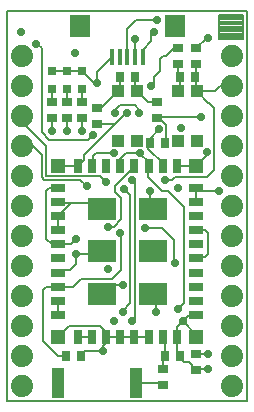
<source format=gtl>
G75*
G70*
%OFA0B0*%
%FSLAX24Y24*%
%IPPOS*%
%LPD*%
%AMOC8*
5,1,8,0,0,1.08239X$1,22.5*
%
%ADD10C,0.0080*%
%ADD11R,0.0354X0.0276*%
%ADD12R,0.0315X0.0315*%
%ADD13C,0.0740*%
%ADD14R,0.0138X0.0551*%
%ADD15R,0.0709X0.0748*%
%ADD16R,0.0472X0.0472*%
%ADD17R,0.0472X0.0276*%
%ADD18R,0.0276X0.0472*%
%ADD19R,0.0945X0.0748*%
%ADD20R,0.0400X0.1000*%
%ADD21R,0.0276X0.0354*%
%ADD22R,0.0394X0.0394*%
%ADD23C,0.0278*%
D10*
X001243Y000140D02*
X009243Y000140D01*
X009243Y013140D01*
X001243Y013140D01*
X001243Y000140D01*
X002943Y001640D02*
X002443Y002140D01*
X002443Y003840D01*
X002550Y003947D01*
X002940Y003947D01*
X003450Y003947D01*
X003693Y004190D01*
X004743Y004190D01*
X005043Y004490D01*
X005043Y005690D01*
X004993Y005740D01*
X004793Y005940D02*
X004593Y005940D01*
X004793Y005940D02*
X005043Y006190D01*
X005043Y006890D01*
X004843Y007090D01*
X004843Y007290D01*
X005479Y007926D01*
X005479Y007983D01*
X005683Y008380D02*
X005683Y008410D01*
X005213Y008410D01*
X005007Y008204D01*
X005007Y007983D01*
X004793Y008410D02*
X004213Y008410D01*
X004093Y008290D01*
X004093Y008014D01*
X004062Y007983D01*
X004062Y008159D01*
X003793Y008186D02*
X003793Y008340D01*
X004818Y009365D01*
X004312Y009365D01*
X004287Y009340D01*
X004243Y009384D01*
X004093Y008990D02*
X003943Y008840D01*
X002643Y008840D01*
X002393Y009090D01*
X002393Y011890D01*
X002243Y012040D01*
X002193Y012040D01*
X002743Y011135D02*
X003243Y011135D01*
X003743Y011135D01*
X004138Y010740D01*
X004243Y010740D01*
X004243Y011109D01*
X004731Y011597D01*
X005243Y011597D02*
X005243Y012540D01*
X005543Y012840D01*
X006243Y012840D01*
X006143Y012440D02*
X006043Y012340D01*
X006043Y012140D01*
X005755Y011852D01*
X005755Y011597D01*
X005499Y011597D02*
X005493Y011603D01*
X005493Y012190D01*
X006343Y011540D02*
X006343Y011140D01*
X006143Y010940D01*
X006143Y010740D01*
X006043Y010640D01*
X005558Y010467D02*
X005929Y010096D01*
X006243Y010096D01*
X006243Y009584D02*
X006149Y009584D01*
X006155Y009590D01*
X007693Y009590D01*
X008143Y009890D02*
X007951Y010082D01*
X007943Y010082D01*
X007558Y010467D01*
X007543Y010482D01*
X007543Y010940D01*
X007499Y010940D01*
X007543Y010940D02*
X007543Y011384D01*
X007543Y011896D02*
X007887Y012240D01*
X007943Y012240D01*
X008293Y012229D02*
X009103Y012229D01*
X009103Y012190D02*
X008293Y012190D01*
X008293Y013000D01*
X009103Y013000D01*
X009103Y012190D01*
X009103Y012308D02*
X008293Y012308D01*
X008293Y012386D02*
X009103Y012386D01*
X009103Y012465D02*
X008293Y012465D01*
X008293Y012543D02*
X009103Y012543D01*
X009103Y012622D02*
X008293Y012622D01*
X008293Y012700D02*
X009103Y012700D01*
X009103Y012779D02*
X008293Y012779D01*
X008293Y012857D02*
X009103Y012857D01*
X009103Y012936D02*
X008293Y012936D01*
X006943Y010984D02*
X006987Y010940D01*
X006987Y010526D01*
X006928Y010467D01*
X006943Y010984D02*
X006943Y011384D01*
X006543Y011640D02*
X006799Y011896D01*
X006943Y011896D01*
X006543Y011640D02*
X006443Y011640D01*
X006343Y011540D01*
X005499Y010526D02*
X005558Y010467D01*
X005499Y010526D02*
X005499Y010940D01*
X004987Y010940D02*
X004987Y010526D01*
X004928Y010467D01*
X004357Y009896D01*
X004243Y009896D01*
X003743Y010096D02*
X003743Y010545D01*
X003243Y010545D02*
X003243Y010096D01*
X003243Y009584D02*
X003243Y009140D01*
X003743Y009140D02*
X003743Y009584D01*
X003743Y009640D01*
X002743Y009584D02*
X002743Y009140D01*
X002543Y008640D02*
X002543Y007640D01*
X004343Y007640D01*
X004543Y007440D01*
X004543Y007940D02*
X004543Y007974D01*
X004534Y007983D01*
X005143Y007190D02*
X005343Y006990D01*
X005343Y003390D01*
X005093Y003140D01*
X005093Y003090D01*
X005393Y002790D02*
X005493Y002890D01*
X005493Y007390D01*
X005393Y007490D01*
X005143Y007190D02*
X005193Y007140D01*
X004643Y006740D02*
X003370Y006740D01*
X002981Y006740D01*
X002940Y006782D01*
X003370Y006740D02*
X002940Y006309D01*
X002940Y005837D01*
X002940Y005364D02*
X002718Y005364D01*
X002543Y005540D01*
X002543Y007140D01*
X002643Y007240D01*
X002925Y007240D01*
X002940Y007254D01*
X002483Y007500D02*
X002393Y007590D01*
X002393Y008340D01*
X002093Y008640D01*
X001743Y008640D01*
X001743Y009440D02*
X002543Y008640D01*
X002940Y007983D02*
X003589Y007983D01*
X003793Y008186D01*
X003683Y007500D02*
X003893Y007290D01*
X003683Y007500D02*
X002483Y007500D01*
X003543Y005540D02*
X003367Y005364D01*
X002940Y005364D01*
X003543Y005040D02*
X003543Y004690D01*
X003343Y004490D01*
X003010Y004490D01*
X002940Y004420D01*
X002940Y003947D02*
X002947Y003940D01*
X002940Y003475D02*
X002940Y003002D01*
X003306Y002640D02*
X004343Y002640D01*
X004534Y002449D01*
X004534Y002274D01*
X005007Y002274D01*
X005479Y002274D01*
X005951Y002274D01*
X006424Y002274D02*
X006438Y002272D01*
X006451Y002268D01*
X006463Y002260D01*
X006473Y002250D01*
X006481Y002238D01*
X006485Y002225D01*
X006487Y002211D01*
X006487Y001640D01*
X006476Y001639D01*
X006465Y001634D01*
X006456Y001627D01*
X006449Y001618D01*
X006444Y001607D01*
X006443Y001596D01*
X006443Y001196D01*
X006299Y000740D02*
X005543Y000740D01*
X006299Y000740D02*
X006399Y000640D01*
X006410Y000641D01*
X006421Y000646D01*
X006430Y000653D01*
X006437Y000662D01*
X006442Y000673D01*
X006443Y000684D01*
X007143Y001440D02*
X006999Y001584D01*
X006999Y001640D01*
X006896Y001742D01*
X006896Y002274D01*
X006896Y002594D01*
X007093Y002790D01*
X007305Y003002D01*
X007546Y003002D01*
X007093Y002790D02*
X007546Y002337D01*
X007546Y002274D01*
X007543Y001696D02*
X007549Y001690D01*
X007943Y001690D01*
X007943Y001190D02*
X007549Y001190D01*
X007543Y001184D01*
X007287Y001440D01*
X007143Y001440D01*
X006999Y001640D02*
X006943Y001640D01*
X007543Y001184D02*
X007599Y001240D01*
X006943Y003190D02*
X007143Y003390D01*
X007143Y006590D01*
X006593Y007140D01*
X006393Y007140D01*
X005943Y007590D01*
X005943Y007974D01*
X005951Y007983D01*
X005951Y008111D01*
X005683Y008380D01*
X005943Y008540D02*
X005943Y008740D01*
X005987Y008740D01*
X005987Y008884D01*
X006293Y009190D01*
X006543Y009340D02*
X006299Y009584D01*
X006243Y009584D01*
X006543Y009340D02*
X006543Y008784D01*
X006499Y008740D01*
X005943Y008540D02*
X006424Y008059D01*
X006424Y007983D01*
X006493Y007490D02*
X006743Y007490D01*
X006843Y007590D01*
X007893Y007590D01*
X008143Y007840D01*
X008143Y009890D01*
X008170Y010467D02*
X007558Y010467D01*
X008170Y010467D02*
X008343Y010640D01*
X008743Y010640D01*
X007893Y008440D02*
X007893Y008329D01*
X007546Y007983D01*
X006896Y007983D01*
X007546Y007254D02*
X007546Y006782D01*
X007660Y007140D02*
X008293Y007140D01*
X007660Y007140D02*
X007546Y007254D01*
X007546Y005837D02*
X007846Y005837D01*
X007943Y005740D01*
X007943Y005040D01*
X007843Y004940D01*
X007594Y004940D01*
X007546Y004892D01*
X006843Y004740D02*
X006793Y004790D01*
X006793Y005490D01*
X006393Y005890D01*
X005843Y005890D01*
X006089Y006546D02*
X005993Y006642D01*
X005993Y007140D01*
X004643Y006740D02*
X004448Y006546D01*
X004396Y006546D01*
X004396Y005128D02*
X004308Y005040D01*
X003543Y005040D01*
X004675Y003990D02*
X004396Y003711D01*
X004675Y003990D02*
X005093Y003990D01*
X006089Y003711D02*
X006193Y003607D01*
X006193Y003090D01*
X006127Y005090D02*
X006089Y005128D01*
X006127Y005090D02*
X006343Y005090D01*
X004534Y002274D02*
X004643Y002165D01*
X004443Y001965D01*
X004443Y001790D01*
X003849Y001790D01*
X003699Y001640D01*
X003589Y002274D02*
X004062Y002274D01*
X003306Y002640D02*
X002940Y002274D01*
X002943Y001640D02*
X003187Y001640D01*
X004818Y009365D02*
X005193Y009740D01*
X005243Y009740D01*
X004993Y009990D02*
X005493Y009990D01*
X005643Y009840D01*
X005643Y009740D01*
X004993Y009990D02*
X004843Y009840D01*
X004843Y009740D01*
X002743Y010096D02*
X002743Y010545D01*
X001743Y009640D02*
X001743Y009440D01*
D11*
X002743Y009584D03*
X002743Y010096D03*
X003243Y010096D03*
X003243Y009584D03*
X003743Y009584D03*
X003743Y010096D03*
X004243Y009896D03*
X004243Y009384D03*
X006243Y009584D03*
X006243Y010096D03*
X006943Y011384D03*
X006943Y011896D03*
X007543Y011896D03*
X007543Y011384D03*
X007543Y001696D03*
X007543Y001184D03*
X006443Y001196D03*
X006443Y000684D03*
D12*
X003743Y010545D03*
X003743Y011135D03*
X003243Y011135D03*
X003243Y010545D03*
X002743Y010545D03*
X002743Y011135D03*
D13*
X001743Y010640D03*
X001743Y009640D03*
X001743Y008640D03*
X001743Y007640D03*
X001743Y006640D03*
X001743Y005640D03*
X001743Y004640D03*
X001743Y003640D03*
X001743Y002640D03*
X001743Y001640D03*
X001743Y000640D03*
X008743Y000640D03*
X008743Y001640D03*
X008743Y002640D03*
X008743Y003640D03*
X008743Y004640D03*
X008743Y005640D03*
X008743Y006640D03*
X008743Y007640D03*
X008743Y008640D03*
X008743Y009640D03*
X008743Y010640D03*
X008743Y011640D03*
X001743Y011640D03*
D14*
X004731Y011597D03*
X004987Y011597D03*
X005243Y011597D03*
X005499Y011597D03*
X005755Y011597D03*
D15*
X006818Y012640D03*
X003668Y012640D03*
D16*
X002940Y007983D03*
X002940Y002274D03*
X007546Y002274D03*
X007546Y007983D03*
D17*
X007546Y007254D03*
X007546Y006782D03*
X007546Y006309D03*
X007546Y005837D03*
X007546Y005364D03*
X007546Y004892D03*
X007546Y004420D03*
X007546Y003947D03*
X007546Y003475D03*
X007546Y003002D03*
X002940Y003002D03*
X002940Y003475D03*
X002940Y003947D03*
X002940Y004420D03*
X002940Y004892D03*
X002940Y005364D03*
X002940Y005837D03*
X002940Y006309D03*
X002940Y006782D03*
X002940Y007254D03*
D18*
X003589Y007983D03*
X004062Y007983D03*
X004534Y007983D03*
X005007Y007983D03*
X005479Y007983D03*
X005951Y007983D03*
X006424Y007983D03*
X006896Y007983D03*
X006896Y002274D03*
X006424Y002274D03*
X005951Y002274D03*
X005479Y002274D03*
X005007Y002274D03*
X004534Y002274D03*
X004062Y002274D03*
X003589Y002274D03*
D19*
X004396Y003711D03*
X004396Y005128D03*
X004396Y006546D03*
X006089Y006546D03*
X006089Y005128D03*
X006089Y003711D03*
D20*
X005543Y000740D03*
X002943Y000740D03*
D21*
X003187Y001640D03*
X003699Y001640D03*
X006487Y001640D03*
X006999Y001640D03*
X006499Y008740D03*
X005987Y008740D03*
X005499Y010940D03*
X004987Y010940D03*
X006987Y010940D03*
X007499Y010940D03*
D22*
X007558Y010467D03*
X006928Y010467D03*
X006928Y008813D03*
X007558Y008813D03*
X005558Y008813D03*
X004928Y008813D03*
X004928Y010467D03*
X005558Y010467D03*
D23*
X006043Y010640D03*
X005643Y009740D03*
X005243Y009740D03*
X004843Y009740D03*
X004243Y010740D03*
X003493Y011740D03*
X002193Y012040D03*
X001693Y012440D03*
X002743Y009140D03*
X003243Y009140D03*
X003743Y009140D03*
X004093Y008990D03*
X004793Y008410D03*
X004543Y007940D03*
X004543Y007440D03*
X004643Y006740D03*
X005143Y007190D03*
X005393Y007490D03*
X005993Y007140D03*
X006493Y007490D03*
X006943Y007240D03*
X007893Y008440D03*
X007693Y009590D03*
X007043Y009240D03*
X006293Y009190D03*
X005683Y008410D03*
X005843Y005890D03*
X006343Y005090D03*
X006843Y004740D03*
X006943Y003190D03*
X007093Y002790D03*
X006193Y003090D03*
X005393Y002790D03*
X005093Y003090D03*
X004793Y002790D03*
X004443Y001790D03*
X005093Y003990D03*
X004593Y004540D03*
X004993Y005740D03*
X004593Y005940D03*
X003893Y007290D03*
X003543Y005540D03*
X003543Y005040D03*
X007943Y001690D03*
X007943Y001190D03*
X008293Y007140D03*
X007943Y012240D03*
X006243Y012840D03*
X006143Y012440D03*
X005493Y012190D03*
M02*

</source>
